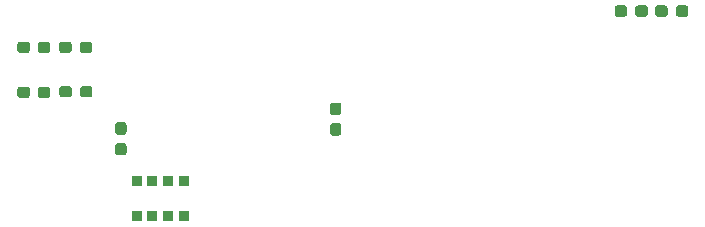
<source format=gbr>
G04 #@! TF.GenerationSoftware,KiCad,Pcbnew,(5.1.2-1)-1*
G04 #@! TF.CreationDate,2019-07-09T00:43:20-07:00*
G04 #@! TF.ProjectId,ram_board,72616d5f-626f-4617-9264-2e6b69636164,rev?*
G04 #@! TF.SameCoordinates,Original*
G04 #@! TF.FileFunction,Paste,Bot*
G04 #@! TF.FilePolarity,Positive*
%FSLAX46Y46*%
G04 Gerber Fmt 4.6, Leading zero omitted, Abs format (unit mm)*
G04 Created by KiCad (PCBNEW (5.1.2-1)-1) date 2019-07-09 00:43:20*
%MOMM*%
%LPD*%
G04 APERTURE LIST*
%ADD10R,0.900000X0.900000*%
%ADD11C,0.100000*%
%ADD12C,0.950000*%
G04 APERTURE END LIST*
D10*
X133071000Y-89178000D03*
X131731000Y-89178000D03*
X135731000Y-89178000D03*
X134391000Y-89178000D03*
X133071000Y-92178000D03*
X134391000Y-92178000D03*
X131731000Y-92178000D03*
X135731000Y-92178000D03*
D11*
G36*
X130664379Y-85974544D02*
G01*
X130687434Y-85977963D01*
X130710043Y-85983627D01*
X130731987Y-85991479D01*
X130753057Y-86001444D01*
X130773048Y-86013426D01*
X130791768Y-86027310D01*
X130809038Y-86042962D01*
X130824690Y-86060232D01*
X130838574Y-86078952D01*
X130850556Y-86098943D01*
X130860521Y-86120013D01*
X130868373Y-86141957D01*
X130874037Y-86164566D01*
X130877456Y-86187621D01*
X130878600Y-86210900D01*
X130878600Y-86785900D01*
X130877456Y-86809179D01*
X130874037Y-86832234D01*
X130868373Y-86854843D01*
X130860521Y-86876787D01*
X130850556Y-86897857D01*
X130838574Y-86917848D01*
X130824690Y-86936568D01*
X130809038Y-86953838D01*
X130791768Y-86969490D01*
X130773048Y-86983374D01*
X130753057Y-86995356D01*
X130731987Y-87005321D01*
X130710043Y-87013173D01*
X130687434Y-87018837D01*
X130664379Y-87022256D01*
X130641100Y-87023400D01*
X130166100Y-87023400D01*
X130142821Y-87022256D01*
X130119766Y-87018837D01*
X130097157Y-87013173D01*
X130075213Y-87005321D01*
X130054143Y-86995356D01*
X130034152Y-86983374D01*
X130015432Y-86969490D01*
X129998162Y-86953838D01*
X129982510Y-86936568D01*
X129968626Y-86917848D01*
X129956644Y-86897857D01*
X129946679Y-86876787D01*
X129938827Y-86854843D01*
X129933163Y-86832234D01*
X129929744Y-86809179D01*
X129928600Y-86785900D01*
X129928600Y-86210900D01*
X129929744Y-86187621D01*
X129933163Y-86164566D01*
X129938827Y-86141957D01*
X129946679Y-86120013D01*
X129956644Y-86098943D01*
X129968626Y-86078952D01*
X129982510Y-86060232D01*
X129998162Y-86042962D01*
X130015432Y-86027310D01*
X130034152Y-86013426D01*
X130054143Y-86001444D01*
X130075213Y-85991479D01*
X130097157Y-85983627D01*
X130119766Y-85977963D01*
X130142821Y-85974544D01*
X130166100Y-85973400D01*
X130641100Y-85973400D01*
X130664379Y-85974544D01*
X130664379Y-85974544D01*
G37*
D12*
X130403600Y-86498400D03*
D11*
G36*
X130664379Y-84224544D02*
G01*
X130687434Y-84227963D01*
X130710043Y-84233627D01*
X130731987Y-84241479D01*
X130753057Y-84251444D01*
X130773048Y-84263426D01*
X130791768Y-84277310D01*
X130809038Y-84292962D01*
X130824690Y-84310232D01*
X130838574Y-84328952D01*
X130850556Y-84348943D01*
X130860521Y-84370013D01*
X130868373Y-84391957D01*
X130874037Y-84414566D01*
X130877456Y-84437621D01*
X130878600Y-84460900D01*
X130878600Y-85035900D01*
X130877456Y-85059179D01*
X130874037Y-85082234D01*
X130868373Y-85104843D01*
X130860521Y-85126787D01*
X130850556Y-85147857D01*
X130838574Y-85167848D01*
X130824690Y-85186568D01*
X130809038Y-85203838D01*
X130791768Y-85219490D01*
X130773048Y-85233374D01*
X130753057Y-85245356D01*
X130731987Y-85255321D01*
X130710043Y-85263173D01*
X130687434Y-85268837D01*
X130664379Y-85272256D01*
X130641100Y-85273400D01*
X130166100Y-85273400D01*
X130142821Y-85272256D01*
X130119766Y-85268837D01*
X130097157Y-85263173D01*
X130075213Y-85255321D01*
X130054143Y-85245356D01*
X130034152Y-85233374D01*
X130015432Y-85219490D01*
X129998162Y-85203838D01*
X129982510Y-85186568D01*
X129968626Y-85167848D01*
X129956644Y-85147857D01*
X129946679Y-85126787D01*
X129938827Y-85104843D01*
X129933163Y-85082234D01*
X129929744Y-85059179D01*
X129928600Y-85035900D01*
X129928600Y-84460900D01*
X129929744Y-84437621D01*
X129933163Y-84414566D01*
X129938827Y-84391957D01*
X129946679Y-84370013D01*
X129956644Y-84348943D01*
X129968626Y-84328952D01*
X129982510Y-84310232D01*
X129998162Y-84292962D01*
X130015432Y-84277310D01*
X130034152Y-84263426D01*
X130054143Y-84251444D01*
X130075213Y-84241479D01*
X130097157Y-84233627D01*
X130119766Y-84227963D01*
X130142821Y-84224544D01*
X130166100Y-84223400D01*
X130641100Y-84223400D01*
X130664379Y-84224544D01*
X130664379Y-84224544D01*
G37*
D12*
X130403600Y-84748400D03*
D11*
G36*
X126029379Y-81161744D02*
G01*
X126052434Y-81165163D01*
X126075043Y-81170827D01*
X126096987Y-81178679D01*
X126118057Y-81188644D01*
X126138048Y-81200626D01*
X126156768Y-81214510D01*
X126174038Y-81230162D01*
X126189690Y-81247432D01*
X126203574Y-81266152D01*
X126215556Y-81286143D01*
X126225521Y-81307213D01*
X126233373Y-81329157D01*
X126239037Y-81351766D01*
X126242456Y-81374821D01*
X126243600Y-81398100D01*
X126243600Y-81873100D01*
X126242456Y-81896379D01*
X126239037Y-81919434D01*
X126233373Y-81942043D01*
X126225521Y-81963987D01*
X126215556Y-81985057D01*
X126203574Y-82005048D01*
X126189690Y-82023768D01*
X126174038Y-82041038D01*
X126156768Y-82056690D01*
X126138048Y-82070574D01*
X126118057Y-82082556D01*
X126096987Y-82092521D01*
X126075043Y-82100373D01*
X126052434Y-82106037D01*
X126029379Y-82109456D01*
X126006100Y-82110600D01*
X125431100Y-82110600D01*
X125407821Y-82109456D01*
X125384766Y-82106037D01*
X125362157Y-82100373D01*
X125340213Y-82092521D01*
X125319143Y-82082556D01*
X125299152Y-82070574D01*
X125280432Y-82056690D01*
X125263162Y-82041038D01*
X125247510Y-82023768D01*
X125233626Y-82005048D01*
X125221644Y-81985057D01*
X125211679Y-81963987D01*
X125203827Y-81942043D01*
X125198163Y-81919434D01*
X125194744Y-81896379D01*
X125193600Y-81873100D01*
X125193600Y-81398100D01*
X125194744Y-81374821D01*
X125198163Y-81351766D01*
X125203827Y-81329157D01*
X125211679Y-81307213D01*
X125221644Y-81286143D01*
X125233626Y-81266152D01*
X125247510Y-81247432D01*
X125263162Y-81230162D01*
X125280432Y-81214510D01*
X125299152Y-81200626D01*
X125319143Y-81188644D01*
X125340213Y-81178679D01*
X125362157Y-81170827D01*
X125384766Y-81165163D01*
X125407821Y-81161744D01*
X125431100Y-81160600D01*
X126006100Y-81160600D01*
X126029379Y-81161744D01*
X126029379Y-81161744D01*
G37*
D12*
X125718600Y-81635600D03*
D11*
G36*
X127779379Y-81161744D02*
G01*
X127802434Y-81165163D01*
X127825043Y-81170827D01*
X127846987Y-81178679D01*
X127868057Y-81188644D01*
X127888048Y-81200626D01*
X127906768Y-81214510D01*
X127924038Y-81230162D01*
X127939690Y-81247432D01*
X127953574Y-81266152D01*
X127965556Y-81286143D01*
X127975521Y-81307213D01*
X127983373Y-81329157D01*
X127989037Y-81351766D01*
X127992456Y-81374821D01*
X127993600Y-81398100D01*
X127993600Y-81873100D01*
X127992456Y-81896379D01*
X127989037Y-81919434D01*
X127983373Y-81942043D01*
X127975521Y-81963987D01*
X127965556Y-81985057D01*
X127953574Y-82005048D01*
X127939690Y-82023768D01*
X127924038Y-82041038D01*
X127906768Y-82056690D01*
X127888048Y-82070574D01*
X127868057Y-82082556D01*
X127846987Y-82092521D01*
X127825043Y-82100373D01*
X127802434Y-82106037D01*
X127779379Y-82109456D01*
X127756100Y-82110600D01*
X127181100Y-82110600D01*
X127157821Y-82109456D01*
X127134766Y-82106037D01*
X127112157Y-82100373D01*
X127090213Y-82092521D01*
X127069143Y-82082556D01*
X127049152Y-82070574D01*
X127030432Y-82056690D01*
X127013162Y-82041038D01*
X126997510Y-82023768D01*
X126983626Y-82005048D01*
X126971644Y-81985057D01*
X126961679Y-81963987D01*
X126953827Y-81942043D01*
X126948163Y-81919434D01*
X126944744Y-81896379D01*
X126943600Y-81873100D01*
X126943600Y-81398100D01*
X126944744Y-81374821D01*
X126948163Y-81351766D01*
X126953827Y-81329157D01*
X126961679Y-81307213D01*
X126971644Y-81286143D01*
X126983626Y-81266152D01*
X126997510Y-81247432D01*
X127013162Y-81230162D01*
X127030432Y-81214510D01*
X127049152Y-81200626D01*
X127069143Y-81188644D01*
X127090213Y-81178679D01*
X127112157Y-81170827D01*
X127134766Y-81165163D01*
X127157821Y-81161744D01*
X127181100Y-81160600D01*
X127756100Y-81160600D01*
X127779379Y-81161744D01*
X127779379Y-81161744D01*
G37*
D12*
X127468600Y-81635600D03*
D11*
G36*
X126015379Y-77402544D02*
G01*
X126038434Y-77405963D01*
X126061043Y-77411627D01*
X126082987Y-77419479D01*
X126104057Y-77429444D01*
X126124048Y-77441426D01*
X126142768Y-77455310D01*
X126160038Y-77470962D01*
X126175690Y-77488232D01*
X126189574Y-77506952D01*
X126201556Y-77526943D01*
X126211521Y-77548013D01*
X126219373Y-77569957D01*
X126225037Y-77592566D01*
X126228456Y-77615621D01*
X126229600Y-77638900D01*
X126229600Y-78113900D01*
X126228456Y-78137179D01*
X126225037Y-78160234D01*
X126219373Y-78182843D01*
X126211521Y-78204787D01*
X126201556Y-78225857D01*
X126189574Y-78245848D01*
X126175690Y-78264568D01*
X126160038Y-78281838D01*
X126142768Y-78297490D01*
X126124048Y-78311374D01*
X126104057Y-78323356D01*
X126082987Y-78333321D01*
X126061043Y-78341173D01*
X126038434Y-78346837D01*
X126015379Y-78350256D01*
X125992100Y-78351400D01*
X125417100Y-78351400D01*
X125393821Y-78350256D01*
X125370766Y-78346837D01*
X125348157Y-78341173D01*
X125326213Y-78333321D01*
X125305143Y-78323356D01*
X125285152Y-78311374D01*
X125266432Y-78297490D01*
X125249162Y-78281838D01*
X125233510Y-78264568D01*
X125219626Y-78245848D01*
X125207644Y-78225857D01*
X125197679Y-78204787D01*
X125189827Y-78182843D01*
X125184163Y-78160234D01*
X125180744Y-78137179D01*
X125179600Y-78113900D01*
X125179600Y-77638900D01*
X125180744Y-77615621D01*
X125184163Y-77592566D01*
X125189827Y-77569957D01*
X125197679Y-77548013D01*
X125207644Y-77526943D01*
X125219626Y-77506952D01*
X125233510Y-77488232D01*
X125249162Y-77470962D01*
X125266432Y-77455310D01*
X125285152Y-77441426D01*
X125305143Y-77429444D01*
X125326213Y-77419479D01*
X125348157Y-77411627D01*
X125370766Y-77405963D01*
X125393821Y-77402544D01*
X125417100Y-77401400D01*
X125992100Y-77401400D01*
X126015379Y-77402544D01*
X126015379Y-77402544D01*
G37*
D12*
X125704600Y-77876400D03*
D11*
G36*
X127765379Y-77402544D02*
G01*
X127788434Y-77405963D01*
X127811043Y-77411627D01*
X127832987Y-77419479D01*
X127854057Y-77429444D01*
X127874048Y-77441426D01*
X127892768Y-77455310D01*
X127910038Y-77470962D01*
X127925690Y-77488232D01*
X127939574Y-77506952D01*
X127951556Y-77526943D01*
X127961521Y-77548013D01*
X127969373Y-77569957D01*
X127975037Y-77592566D01*
X127978456Y-77615621D01*
X127979600Y-77638900D01*
X127979600Y-78113900D01*
X127978456Y-78137179D01*
X127975037Y-78160234D01*
X127969373Y-78182843D01*
X127961521Y-78204787D01*
X127951556Y-78225857D01*
X127939574Y-78245848D01*
X127925690Y-78264568D01*
X127910038Y-78281838D01*
X127892768Y-78297490D01*
X127874048Y-78311374D01*
X127854057Y-78323356D01*
X127832987Y-78333321D01*
X127811043Y-78341173D01*
X127788434Y-78346837D01*
X127765379Y-78350256D01*
X127742100Y-78351400D01*
X127167100Y-78351400D01*
X127143821Y-78350256D01*
X127120766Y-78346837D01*
X127098157Y-78341173D01*
X127076213Y-78333321D01*
X127055143Y-78323356D01*
X127035152Y-78311374D01*
X127016432Y-78297490D01*
X126999162Y-78281838D01*
X126983510Y-78264568D01*
X126969626Y-78245848D01*
X126957644Y-78225857D01*
X126947679Y-78204787D01*
X126939827Y-78182843D01*
X126934163Y-78160234D01*
X126930744Y-78137179D01*
X126929600Y-78113900D01*
X126929600Y-77638900D01*
X126930744Y-77615621D01*
X126934163Y-77592566D01*
X126939827Y-77569957D01*
X126947679Y-77548013D01*
X126957644Y-77526943D01*
X126969626Y-77506952D01*
X126983510Y-77488232D01*
X126999162Y-77470962D01*
X127016432Y-77455310D01*
X127035152Y-77441426D01*
X127055143Y-77429444D01*
X127076213Y-77419479D01*
X127098157Y-77411627D01*
X127120766Y-77405963D01*
X127143821Y-77402544D01*
X127167100Y-77401400D01*
X127742100Y-77401400D01*
X127765379Y-77402544D01*
X127765379Y-77402544D01*
G37*
D12*
X127454600Y-77876400D03*
D11*
G36*
X122473379Y-81212544D02*
G01*
X122496434Y-81215963D01*
X122519043Y-81221627D01*
X122540987Y-81229479D01*
X122562057Y-81239444D01*
X122582048Y-81251426D01*
X122600768Y-81265310D01*
X122618038Y-81280962D01*
X122633690Y-81298232D01*
X122647574Y-81316952D01*
X122659556Y-81336943D01*
X122669521Y-81358013D01*
X122677373Y-81379957D01*
X122683037Y-81402566D01*
X122686456Y-81425621D01*
X122687600Y-81448900D01*
X122687600Y-81923900D01*
X122686456Y-81947179D01*
X122683037Y-81970234D01*
X122677373Y-81992843D01*
X122669521Y-82014787D01*
X122659556Y-82035857D01*
X122647574Y-82055848D01*
X122633690Y-82074568D01*
X122618038Y-82091838D01*
X122600768Y-82107490D01*
X122582048Y-82121374D01*
X122562057Y-82133356D01*
X122540987Y-82143321D01*
X122519043Y-82151173D01*
X122496434Y-82156837D01*
X122473379Y-82160256D01*
X122450100Y-82161400D01*
X121875100Y-82161400D01*
X121851821Y-82160256D01*
X121828766Y-82156837D01*
X121806157Y-82151173D01*
X121784213Y-82143321D01*
X121763143Y-82133356D01*
X121743152Y-82121374D01*
X121724432Y-82107490D01*
X121707162Y-82091838D01*
X121691510Y-82074568D01*
X121677626Y-82055848D01*
X121665644Y-82035857D01*
X121655679Y-82014787D01*
X121647827Y-81992843D01*
X121642163Y-81970234D01*
X121638744Y-81947179D01*
X121637600Y-81923900D01*
X121637600Y-81448900D01*
X121638744Y-81425621D01*
X121642163Y-81402566D01*
X121647827Y-81379957D01*
X121655679Y-81358013D01*
X121665644Y-81336943D01*
X121677626Y-81316952D01*
X121691510Y-81298232D01*
X121707162Y-81280962D01*
X121724432Y-81265310D01*
X121743152Y-81251426D01*
X121763143Y-81239444D01*
X121784213Y-81229479D01*
X121806157Y-81221627D01*
X121828766Y-81215963D01*
X121851821Y-81212544D01*
X121875100Y-81211400D01*
X122450100Y-81211400D01*
X122473379Y-81212544D01*
X122473379Y-81212544D01*
G37*
D12*
X122162600Y-81686400D03*
D11*
G36*
X124223379Y-81212544D02*
G01*
X124246434Y-81215963D01*
X124269043Y-81221627D01*
X124290987Y-81229479D01*
X124312057Y-81239444D01*
X124332048Y-81251426D01*
X124350768Y-81265310D01*
X124368038Y-81280962D01*
X124383690Y-81298232D01*
X124397574Y-81316952D01*
X124409556Y-81336943D01*
X124419521Y-81358013D01*
X124427373Y-81379957D01*
X124433037Y-81402566D01*
X124436456Y-81425621D01*
X124437600Y-81448900D01*
X124437600Y-81923900D01*
X124436456Y-81947179D01*
X124433037Y-81970234D01*
X124427373Y-81992843D01*
X124419521Y-82014787D01*
X124409556Y-82035857D01*
X124397574Y-82055848D01*
X124383690Y-82074568D01*
X124368038Y-82091838D01*
X124350768Y-82107490D01*
X124332048Y-82121374D01*
X124312057Y-82133356D01*
X124290987Y-82143321D01*
X124269043Y-82151173D01*
X124246434Y-82156837D01*
X124223379Y-82160256D01*
X124200100Y-82161400D01*
X123625100Y-82161400D01*
X123601821Y-82160256D01*
X123578766Y-82156837D01*
X123556157Y-82151173D01*
X123534213Y-82143321D01*
X123513143Y-82133356D01*
X123493152Y-82121374D01*
X123474432Y-82107490D01*
X123457162Y-82091838D01*
X123441510Y-82074568D01*
X123427626Y-82055848D01*
X123415644Y-82035857D01*
X123405679Y-82014787D01*
X123397827Y-81992843D01*
X123392163Y-81970234D01*
X123388744Y-81947179D01*
X123387600Y-81923900D01*
X123387600Y-81448900D01*
X123388744Y-81425621D01*
X123392163Y-81402566D01*
X123397827Y-81379957D01*
X123405679Y-81358013D01*
X123415644Y-81336943D01*
X123427626Y-81316952D01*
X123441510Y-81298232D01*
X123457162Y-81280962D01*
X123474432Y-81265310D01*
X123493152Y-81251426D01*
X123513143Y-81239444D01*
X123534213Y-81229479D01*
X123556157Y-81221627D01*
X123578766Y-81215963D01*
X123601821Y-81212544D01*
X123625100Y-81211400D01*
X124200100Y-81211400D01*
X124223379Y-81212544D01*
X124223379Y-81212544D01*
G37*
D12*
X123912600Y-81686400D03*
D11*
G36*
X122473379Y-77402544D02*
G01*
X122496434Y-77405963D01*
X122519043Y-77411627D01*
X122540987Y-77419479D01*
X122562057Y-77429444D01*
X122582048Y-77441426D01*
X122600768Y-77455310D01*
X122618038Y-77470962D01*
X122633690Y-77488232D01*
X122647574Y-77506952D01*
X122659556Y-77526943D01*
X122669521Y-77548013D01*
X122677373Y-77569957D01*
X122683037Y-77592566D01*
X122686456Y-77615621D01*
X122687600Y-77638900D01*
X122687600Y-78113900D01*
X122686456Y-78137179D01*
X122683037Y-78160234D01*
X122677373Y-78182843D01*
X122669521Y-78204787D01*
X122659556Y-78225857D01*
X122647574Y-78245848D01*
X122633690Y-78264568D01*
X122618038Y-78281838D01*
X122600768Y-78297490D01*
X122582048Y-78311374D01*
X122562057Y-78323356D01*
X122540987Y-78333321D01*
X122519043Y-78341173D01*
X122496434Y-78346837D01*
X122473379Y-78350256D01*
X122450100Y-78351400D01*
X121875100Y-78351400D01*
X121851821Y-78350256D01*
X121828766Y-78346837D01*
X121806157Y-78341173D01*
X121784213Y-78333321D01*
X121763143Y-78323356D01*
X121743152Y-78311374D01*
X121724432Y-78297490D01*
X121707162Y-78281838D01*
X121691510Y-78264568D01*
X121677626Y-78245848D01*
X121665644Y-78225857D01*
X121655679Y-78204787D01*
X121647827Y-78182843D01*
X121642163Y-78160234D01*
X121638744Y-78137179D01*
X121637600Y-78113900D01*
X121637600Y-77638900D01*
X121638744Y-77615621D01*
X121642163Y-77592566D01*
X121647827Y-77569957D01*
X121655679Y-77548013D01*
X121665644Y-77526943D01*
X121677626Y-77506952D01*
X121691510Y-77488232D01*
X121707162Y-77470962D01*
X121724432Y-77455310D01*
X121743152Y-77441426D01*
X121763143Y-77429444D01*
X121784213Y-77419479D01*
X121806157Y-77411627D01*
X121828766Y-77405963D01*
X121851821Y-77402544D01*
X121875100Y-77401400D01*
X122450100Y-77401400D01*
X122473379Y-77402544D01*
X122473379Y-77402544D01*
G37*
D12*
X122162600Y-77876400D03*
D11*
G36*
X124223379Y-77402544D02*
G01*
X124246434Y-77405963D01*
X124269043Y-77411627D01*
X124290987Y-77419479D01*
X124312057Y-77429444D01*
X124332048Y-77441426D01*
X124350768Y-77455310D01*
X124368038Y-77470962D01*
X124383690Y-77488232D01*
X124397574Y-77506952D01*
X124409556Y-77526943D01*
X124419521Y-77548013D01*
X124427373Y-77569957D01*
X124433037Y-77592566D01*
X124436456Y-77615621D01*
X124437600Y-77638900D01*
X124437600Y-78113900D01*
X124436456Y-78137179D01*
X124433037Y-78160234D01*
X124427373Y-78182843D01*
X124419521Y-78204787D01*
X124409556Y-78225857D01*
X124397574Y-78245848D01*
X124383690Y-78264568D01*
X124368038Y-78281838D01*
X124350768Y-78297490D01*
X124332048Y-78311374D01*
X124312057Y-78323356D01*
X124290987Y-78333321D01*
X124269043Y-78341173D01*
X124246434Y-78346837D01*
X124223379Y-78350256D01*
X124200100Y-78351400D01*
X123625100Y-78351400D01*
X123601821Y-78350256D01*
X123578766Y-78346837D01*
X123556157Y-78341173D01*
X123534213Y-78333321D01*
X123513143Y-78323356D01*
X123493152Y-78311374D01*
X123474432Y-78297490D01*
X123457162Y-78281838D01*
X123441510Y-78264568D01*
X123427626Y-78245848D01*
X123415644Y-78225857D01*
X123405679Y-78204787D01*
X123397827Y-78182843D01*
X123392163Y-78160234D01*
X123388744Y-78137179D01*
X123387600Y-78113900D01*
X123387600Y-77638900D01*
X123388744Y-77615621D01*
X123392163Y-77592566D01*
X123397827Y-77569957D01*
X123405679Y-77548013D01*
X123415644Y-77526943D01*
X123427626Y-77506952D01*
X123441510Y-77488232D01*
X123457162Y-77470962D01*
X123474432Y-77455310D01*
X123493152Y-77441426D01*
X123513143Y-77429444D01*
X123534213Y-77419479D01*
X123556157Y-77411627D01*
X123578766Y-77405963D01*
X123601821Y-77402544D01*
X123625100Y-77401400D01*
X124200100Y-77401400D01*
X124223379Y-77402544D01*
X124223379Y-77402544D01*
G37*
D12*
X123912600Y-77876400D03*
D11*
G36*
X148850779Y-84298144D02*
G01*
X148873834Y-84301563D01*
X148896443Y-84307227D01*
X148918387Y-84315079D01*
X148939457Y-84325044D01*
X148959448Y-84337026D01*
X148978168Y-84350910D01*
X148995438Y-84366562D01*
X149011090Y-84383832D01*
X149024974Y-84402552D01*
X149036956Y-84422543D01*
X149046921Y-84443613D01*
X149054773Y-84465557D01*
X149060437Y-84488166D01*
X149063856Y-84511221D01*
X149065000Y-84534500D01*
X149065000Y-85109500D01*
X149063856Y-85132779D01*
X149060437Y-85155834D01*
X149054773Y-85178443D01*
X149046921Y-85200387D01*
X149036956Y-85221457D01*
X149024974Y-85241448D01*
X149011090Y-85260168D01*
X148995438Y-85277438D01*
X148978168Y-85293090D01*
X148959448Y-85306974D01*
X148939457Y-85318956D01*
X148918387Y-85328921D01*
X148896443Y-85336773D01*
X148873834Y-85342437D01*
X148850779Y-85345856D01*
X148827500Y-85347000D01*
X148352500Y-85347000D01*
X148329221Y-85345856D01*
X148306166Y-85342437D01*
X148283557Y-85336773D01*
X148261613Y-85328921D01*
X148240543Y-85318956D01*
X148220552Y-85306974D01*
X148201832Y-85293090D01*
X148184562Y-85277438D01*
X148168910Y-85260168D01*
X148155026Y-85241448D01*
X148143044Y-85221457D01*
X148133079Y-85200387D01*
X148125227Y-85178443D01*
X148119563Y-85155834D01*
X148116144Y-85132779D01*
X148115000Y-85109500D01*
X148115000Y-84534500D01*
X148116144Y-84511221D01*
X148119563Y-84488166D01*
X148125227Y-84465557D01*
X148133079Y-84443613D01*
X148143044Y-84422543D01*
X148155026Y-84402552D01*
X148168910Y-84383832D01*
X148184562Y-84366562D01*
X148201832Y-84350910D01*
X148220552Y-84337026D01*
X148240543Y-84325044D01*
X148261613Y-84315079D01*
X148283557Y-84307227D01*
X148306166Y-84301563D01*
X148329221Y-84298144D01*
X148352500Y-84297000D01*
X148827500Y-84297000D01*
X148850779Y-84298144D01*
X148850779Y-84298144D01*
G37*
D12*
X148590000Y-84822000D03*
D11*
G36*
X148850779Y-82548144D02*
G01*
X148873834Y-82551563D01*
X148896443Y-82557227D01*
X148918387Y-82565079D01*
X148939457Y-82575044D01*
X148959448Y-82587026D01*
X148978168Y-82600910D01*
X148995438Y-82616562D01*
X149011090Y-82633832D01*
X149024974Y-82652552D01*
X149036956Y-82672543D01*
X149046921Y-82693613D01*
X149054773Y-82715557D01*
X149060437Y-82738166D01*
X149063856Y-82761221D01*
X149065000Y-82784500D01*
X149065000Y-83359500D01*
X149063856Y-83382779D01*
X149060437Y-83405834D01*
X149054773Y-83428443D01*
X149046921Y-83450387D01*
X149036956Y-83471457D01*
X149024974Y-83491448D01*
X149011090Y-83510168D01*
X148995438Y-83527438D01*
X148978168Y-83543090D01*
X148959448Y-83556974D01*
X148939457Y-83568956D01*
X148918387Y-83578921D01*
X148896443Y-83586773D01*
X148873834Y-83592437D01*
X148850779Y-83595856D01*
X148827500Y-83597000D01*
X148352500Y-83597000D01*
X148329221Y-83595856D01*
X148306166Y-83592437D01*
X148283557Y-83586773D01*
X148261613Y-83578921D01*
X148240543Y-83568956D01*
X148220552Y-83556974D01*
X148201832Y-83543090D01*
X148184562Y-83527438D01*
X148168910Y-83510168D01*
X148155026Y-83491448D01*
X148143044Y-83471457D01*
X148133079Y-83450387D01*
X148125227Y-83428443D01*
X148119563Y-83405834D01*
X148116144Y-83382779D01*
X148115000Y-83359500D01*
X148115000Y-82784500D01*
X148116144Y-82761221D01*
X148119563Y-82738166D01*
X148125227Y-82715557D01*
X148133079Y-82693613D01*
X148143044Y-82672543D01*
X148155026Y-82652552D01*
X148168910Y-82633832D01*
X148184562Y-82616562D01*
X148201832Y-82600910D01*
X148220552Y-82587026D01*
X148240543Y-82575044D01*
X148261613Y-82565079D01*
X148283557Y-82557227D01*
X148306166Y-82551563D01*
X148329221Y-82548144D01*
X148352500Y-82547000D01*
X148827500Y-82547000D01*
X148850779Y-82548144D01*
X148850779Y-82548144D01*
G37*
D12*
X148590000Y-83072000D03*
D11*
G36*
X176473779Y-74329144D02*
G01*
X176496834Y-74332563D01*
X176519443Y-74338227D01*
X176541387Y-74346079D01*
X176562457Y-74356044D01*
X176582448Y-74368026D01*
X176601168Y-74381910D01*
X176618438Y-74397562D01*
X176634090Y-74414832D01*
X176647974Y-74433552D01*
X176659956Y-74453543D01*
X176669921Y-74474613D01*
X176677773Y-74496557D01*
X176683437Y-74519166D01*
X176686856Y-74542221D01*
X176688000Y-74565500D01*
X176688000Y-75040500D01*
X176686856Y-75063779D01*
X176683437Y-75086834D01*
X176677773Y-75109443D01*
X176669921Y-75131387D01*
X176659956Y-75152457D01*
X176647974Y-75172448D01*
X176634090Y-75191168D01*
X176618438Y-75208438D01*
X176601168Y-75224090D01*
X176582448Y-75237974D01*
X176562457Y-75249956D01*
X176541387Y-75259921D01*
X176519443Y-75267773D01*
X176496834Y-75273437D01*
X176473779Y-75276856D01*
X176450500Y-75278000D01*
X175875500Y-75278000D01*
X175852221Y-75276856D01*
X175829166Y-75273437D01*
X175806557Y-75267773D01*
X175784613Y-75259921D01*
X175763543Y-75249956D01*
X175743552Y-75237974D01*
X175724832Y-75224090D01*
X175707562Y-75208438D01*
X175691910Y-75191168D01*
X175678026Y-75172448D01*
X175666044Y-75152457D01*
X175656079Y-75131387D01*
X175648227Y-75109443D01*
X175642563Y-75086834D01*
X175639144Y-75063779D01*
X175638000Y-75040500D01*
X175638000Y-74565500D01*
X175639144Y-74542221D01*
X175642563Y-74519166D01*
X175648227Y-74496557D01*
X175656079Y-74474613D01*
X175666044Y-74453543D01*
X175678026Y-74433552D01*
X175691910Y-74414832D01*
X175707562Y-74397562D01*
X175724832Y-74381910D01*
X175743552Y-74368026D01*
X175763543Y-74356044D01*
X175784613Y-74346079D01*
X175806557Y-74338227D01*
X175829166Y-74332563D01*
X175852221Y-74329144D01*
X175875500Y-74328000D01*
X176450500Y-74328000D01*
X176473779Y-74329144D01*
X176473779Y-74329144D01*
G37*
D12*
X176163000Y-74803000D03*
D11*
G36*
X178223779Y-74329144D02*
G01*
X178246834Y-74332563D01*
X178269443Y-74338227D01*
X178291387Y-74346079D01*
X178312457Y-74356044D01*
X178332448Y-74368026D01*
X178351168Y-74381910D01*
X178368438Y-74397562D01*
X178384090Y-74414832D01*
X178397974Y-74433552D01*
X178409956Y-74453543D01*
X178419921Y-74474613D01*
X178427773Y-74496557D01*
X178433437Y-74519166D01*
X178436856Y-74542221D01*
X178438000Y-74565500D01*
X178438000Y-75040500D01*
X178436856Y-75063779D01*
X178433437Y-75086834D01*
X178427773Y-75109443D01*
X178419921Y-75131387D01*
X178409956Y-75152457D01*
X178397974Y-75172448D01*
X178384090Y-75191168D01*
X178368438Y-75208438D01*
X178351168Y-75224090D01*
X178332448Y-75237974D01*
X178312457Y-75249956D01*
X178291387Y-75259921D01*
X178269443Y-75267773D01*
X178246834Y-75273437D01*
X178223779Y-75276856D01*
X178200500Y-75278000D01*
X177625500Y-75278000D01*
X177602221Y-75276856D01*
X177579166Y-75273437D01*
X177556557Y-75267773D01*
X177534613Y-75259921D01*
X177513543Y-75249956D01*
X177493552Y-75237974D01*
X177474832Y-75224090D01*
X177457562Y-75208438D01*
X177441910Y-75191168D01*
X177428026Y-75172448D01*
X177416044Y-75152457D01*
X177406079Y-75131387D01*
X177398227Y-75109443D01*
X177392563Y-75086834D01*
X177389144Y-75063779D01*
X177388000Y-75040500D01*
X177388000Y-74565500D01*
X177389144Y-74542221D01*
X177392563Y-74519166D01*
X177398227Y-74496557D01*
X177406079Y-74474613D01*
X177416044Y-74453543D01*
X177428026Y-74433552D01*
X177441910Y-74414832D01*
X177457562Y-74397562D01*
X177474832Y-74381910D01*
X177493552Y-74368026D01*
X177513543Y-74356044D01*
X177534613Y-74346079D01*
X177556557Y-74338227D01*
X177579166Y-74332563D01*
X177602221Y-74329144D01*
X177625500Y-74328000D01*
X178200500Y-74328000D01*
X178223779Y-74329144D01*
X178223779Y-74329144D01*
G37*
D12*
X177913000Y-74803000D03*
D11*
G36*
X173044779Y-74329144D02*
G01*
X173067834Y-74332563D01*
X173090443Y-74338227D01*
X173112387Y-74346079D01*
X173133457Y-74356044D01*
X173153448Y-74368026D01*
X173172168Y-74381910D01*
X173189438Y-74397562D01*
X173205090Y-74414832D01*
X173218974Y-74433552D01*
X173230956Y-74453543D01*
X173240921Y-74474613D01*
X173248773Y-74496557D01*
X173254437Y-74519166D01*
X173257856Y-74542221D01*
X173259000Y-74565500D01*
X173259000Y-75040500D01*
X173257856Y-75063779D01*
X173254437Y-75086834D01*
X173248773Y-75109443D01*
X173240921Y-75131387D01*
X173230956Y-75152457D01*
X173218974Y-75172448D01*
X173205090Y-75191168D01*
X173189438Y-75208438D01*
X173172168Y-75224090D01*
X173153448Y-75237974D01*
X173133457Y-75249956D01*
X173112387Y-75259921D01*
X173090443Y-75267773D01*
X173067834Y-75273437D01*
X173044779Y-75276856D01*
X173021500Y-75278000D01*
X172446500Y-75278000D01*
X172423221Y-75276856D01*
X172400166Y-75273437D01*
X172377557Y-75267773D01*
X172355613Y-75259921D01*
X172334543Y-75249956D01*
X172314552Y-75237974D01*
X172295832Y-75224090D01*
X172278562Y-75208438D01*
X172262910Y-75191168D01*
X172249026Y-75172448D01*
X172237044Y-75152457D01*
X172227079Y-75131387D01*
X172219227Y-75109443D01*
X172213563Y-75086834D01*
X172210144Y-75063779D01*
X172209000Y-75040500D01*
X172209000Y-74565500D01*
X172210144Y-74542221D01*
X172213563Y-74519166D01*
X172219227Y-74496557D01*
X172227079Y-74474613D01*
X172237044Y-74453543D01*
X172249026Y-74433552D01*
X172262910Y-74414832D01*
X172278562Y-74397562D01*
X172295832Y-74381910D01*
X172314552Y-74368026D01*
X172334543Y-74356044D01*
X172355613Y-74346079D01*
X172377557Y-74338227D01*
X172400166Y-74332563D01*
X172423221Y-74329144D01*
X172446500Y-74328000D01*
X173021500Y-74328000D01*
X173044779Y-74329144D01*
X173044779Y-74329144D01*
G37*
D12*
X172734000Y-74803000D03*
D11*
G36*
X174794779Y-74329144D02*
G01*
X174817834Y-74332563D01*
X174840443Y-74338227D01*
X174862387Y-74346079D01*
X174883457Y-74356044D01*
X174903448Y-74368026D01*
X174922168Y-74381910D01*
X174939438Y-74397562D01*
X174955090Y-74414832D01*
X174968974Y-74433552D01*
X174980956Y-74453543D01*
X174990921Y-74474613D01*
X174998773Y-74496557D01*
X175004437Y-74519166D01*
X175007856Y-74542221D01*
X175009000Y-74565500D01*
X175009000Y-75040500D01*
X175007856Y-75063779D01*
X175004437Y-75086834D01*
X174998773Y-75109443D01*
X174990921Y-75131387D01*
X174980956Y-75152457D01*
X174968974Y-75172448D01*
X174955090Y-75191168D01*
X174939438Y-75208438D01*
X174922168Y-75224090D01*
X174903448Y-75237974D01*
X174883457Y-75249956D01*
X174862387Y-75259921D01*
X174840443Y-75267773D01*
X174817834Y-75273437D01*
X174794779Y-75276856D01*
X174771500Y-75278000D01*
X174196500Y-75278000D01*
X174173221Y-75276856D01*
X174150166Y-75273437D01*
X174127557Y-75267773D01*
X174105613Y-75259921D01*
X174084543Y-75249956D01*
X174064552Y-75237974D01*
X174045832Y-75224090D01*
X174028562Y-75208438D01*
X174012910Y-75191168D01*
X173999026Y-75172448D01*
X173987044Y-75152457D01*
X173977079Y-75131387D01*
X173969227Y-75109443D01*
X173963563Y-75086834D01*
X173960144Y-75063779D01*
X173959000Y-75040500D01*
X173959000Y-74565500D01*
X173960144Y-74542221D01*
X173963563Y-74519166D01*
X173969227Y-74496557D01*
X173977079Y-74474613D01*
X173987044Y-74453543D01*
X173999026Y-74433552D01*
X174012910Y-74414832D01*
X174028562Y-74397562D01*
X174045832Y-74381910D01*
X174064552Y-74368026D01*
X174084543Y-74356044D01*
X174105613Y-74346079D01*
X174127557Y-74338227D01*
X174150166Y-74332563D01*
X174173221Y-74329144D01*
X174196500Y-74328000D01*
X174771500Y-74328000D01*
X174794779Y-74329144D01*
X174794779Y-74329144D01*
G37*
D12*
X174484000Y-74803000D03*
M02*

</source>
